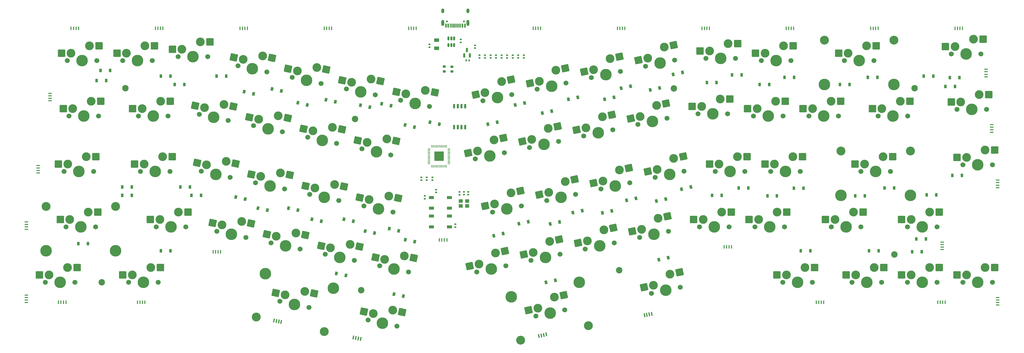
<source format=gbr>
%TF.GenerationSoftware,KiCad,Pcbnew,(6.0.9)*%
%TF.CreationDate,2022-12-15T18:11:33+09:00*%
%TF.ProjectId,Skeleton68rev2,536b656c-6574-46f6-9e36-38726576322e,rev?*%
%TF.SameCoordinates,Original*%
%TF.FileFunction,Soldermask,Bot*%
%TF.FilePolarity,Negative*%
%FSLAX46Y46*%
G04 Gerber Fmt 4.6, Leading zero omitted, Abs format (unit mm)*
G04 Created by KiCad (PCBNEW (6.0.9)) date 2022-12-15 18:11:33*
%MOMM*%
%LPD*%
G01*
G04 APERTURE LIST*
G04 Aperture macros list*
%AMRoundRect*
0 Rectangle with rounded corners*
0 $1 Rounding radius*
0 $2 $3 $4 $5 $6 $7 $8 $9 X,Y pos of 4 corners*
0 Add a 4 corners polygon primitive as box body*
4,1,4,$2,$3,$4,$5,$6,$7,$8,$9,$2,$3,0*
0 Add four circle primitives for the rounded corners*
1,1,$1+$1,$2,$3*
1,1,$1+$1,$4,$5*
1,1,$1+$1,$6,$7*
1,1,$1+$1,$8,$9*
0 Add four rect primitives between the rounded corners*
20,1,$1+$1,$2,$3,$4,$5,0*
20,1,$1+$1,$4,$5,$6,$7,0*
20,1,$1+$1,$6,$7,$8,$9,0*
20,1,$1+$1,$8,$9,$2,$3,0*%
%AMRotRect*
0 Rectangle, with rotation*
0 The origin of the aperture is its center*
0 $1 length*
0 $2 width*
0 $3 Rotation angle, in degrees counterclockwise*
0 Add horizontal line*
21,1,$1,$2,0,0,$3*%
G04 Aperture macros list end*
%ADD10C,2.200000*%
%ADD11R,0.420000X1.300000*%
%ADD12RotRect,0.900000X1.200000X12.000000*%
%ADD13R,0.900000X1.200000*%
%ADD14C,3.000000*%
%ADD15C,3.987800*%
%ADD16C,1.701800*%
%ADD17RoundRect,0.200000X1.269816X0.803550X-0.833201X1.250560X-1.269816X-0.803550X0.833201X-1.250560X0*%
%ADD18RoundRect,0.135000X0.185000X-0.135000X0.185000X0.135000X-0.185000X0.135000X-0.185000X-0.135000X0*%
%ADD19RoundRect,0.200000X1.075000X1.050000X-1.075000X1.050000X-1.075000X-1.050000X1.075000X-1.050000X0*%
%ADD20RotRect,0.900000X1.200000X348.000000*%
%ADD21R,1.300000X0.420000*%
%ADD22RotRect,0.420000X1.300000X348.000000*%
%ADD23R,1.800000X1.100000*%
%ADD24RoundRect,0.140000X-0.170000X0.140000X-0.170000X-0.140000X0.170000X-0.140000X0.170000X0.140000X0*%
%ADD25RoundRect,0.200000X0.833201X1.250560X-1.269816X0.803550X-0.833201X-1.250560X1.269816X-0.803550X0*%
%ADD26RotRect,0.900000X1.200000X168.000000*%
%ADD27RoundRect,0.140000X0.170000X-0.140000X0.170000X0.140000X-0.170000X0.140000X-0.170000X-0.140000X0*%
%ADD28C,3.048000*%
%ADD29RoundRect,0.135000X-0.185000X0.135000X-0.185000X-0.135000X0.185000X-0.135000X0.185000X0.135000X0*%
%ADD30RoundRect,0.150000X0.150000X-0.512500X0.150000X0.512500X-0.150000X0.512500X-0.150000X-0.512500X0*%
%ADD31RoundRect,0.150000X0.150000X-0.587500X0.150000X0.587500X-0.150000X0.587500X-0.150000X-0.587500X0*%
%ADD32RoundRect,0.050000X0.387500X0.050000X-0.387500X0.050000X-0.387500X-0.050000X0.387500X-0.050000X0*%
%ADD33RoundRect,0.050000X0.050000X0.387500X-0.050000X0.387500X-0.050000X-0.387500X0.050000X-0.387500X0*%
%ADD34R,3.200000X3.200000*%
%ADD35RoundRect,0.140000X0.140000X0.170000X-0.140000X0.170000X-0.140000X-0.170000X0.140000X-0.170000X0*%
%ADD36C,0.650000*%
%ADD37R,0.600000X1.450000*%
%ADD38R,0.300000X1.450000*%
%ADD39O,1.000000X2.100000*%
%ADD40O,1.000000X1.600000*%
%ADD41RoundRect,0.150000X-0.150000X0.650000X-0.150000X-0.650000X0.150000X-0.650000X0.150000X0.650000X0*%
%ADD42RoundRect,0.200000X-0.275000X0.200000X-0.275000X-0.200000X0.275000X-0.200000X0.275000X0.200000X0*%
%ADD43R,1.400000X1.200000*%
%ADD44RotRect,0.420000X1.300000X12.000000*%
%ADD45RoundRect,0.250000X-0.625000X0.375000X-0.625000X-0.375000X0.625000X-0.375000X0.625000X0.375000X0*%
G04 APERTURE END LIST*
D10*
%TO.C,H6*%
X225315615Y-107635110D03*
%TD*%
%TO.C,H4*%
X136689196Y-114566366D03*
%TD*%
%TO.C,H1*%
X55684212Y-45127021D03*
%TD*%
%TO.C,H7*%
X326900885Y-45127021D03*
%TD*%
%TO.C,H3*%
X134596065Y-55694692D03*
%TD*%
%TO.C,H5*%
X244126773Y-45209910D03*
%TD*%
%TO.C,H8*%
X319958703Y-102277021D03*
%TD*%
%TO.C,H2*%
X47537111Y-111802021D03*
%TD*%
D11*
%TO.C,LED17*%
X166127699Y-97243372D03*
X165277699Y-97243372D03*
X164427699Y-97243372D03*
X163577699Y-97243372D03*
%TD*%
%TO.C,LED30*%
X124007724Y-24500017D03*
X124857724Y-24500017D03*
X125707724Y-24500017D03*
X126557724Y-24500017D03*
%TD*%
D12*
%TO.C,D9*%
X207936056Y-48920554D03*
X211163944Y-48234446D03*
%TD*%
D13*
%TO.C,D44*%
X339790000Y-75060000D03*
X343090000Y-75060000D03*
%TD*%
D14*
%TO.C,SW35*%
X120797913Y-79378442D03*
D15*
X123996560Y-82655080D03*
D16*
X119027570Y-81598889D03*
X128965550Y-83711271D03*
D14*
X127537246Y-78214186D03*
D17*
X117594480Y-78697531D03*
X130767090Y-78900710D03*
%TD*%
D18*
%TO.C,R7*%
X170520000Y-81760000D03*
X170520000Y-80740000D03*
%TD*%
D15*
%TO.C,SW41*%
X263488893Y-73702021D03*
D16*
X268568893Y-73702021D03*
D14*
X259678893Y-71162021D03*
D16*
X258408893Y-73702021D03*
D14*
X266028893Y-68622021D03*
D19*
X256403893Y-71162021D03*
X269330893Y-68622021D03*
%TD*%
D20*
%TO.C,D62*%
X147928556Y-115861946D03*
X151156444Y-116548054D03*
%TD*%
D21*
%TO.C,LED9*%
X355400005Y-76725001D03*
X355400005Y-77575001D03*
X355400005Y-78425001D03*
X355400005Y-79275001D03*
%TD*%
D12*
%TO.C,D64*%
X238966056Y-104073054D03*
X242193944Y-103386946D03*
%TD*%
D22*
%TO.C,LED19*%
X109229240Y-125495957D03*
X108397814Y-125319233D03*
X107566389Y-125142508D03*
X106734963Y-124965783D03*
%TD*%
D15*
%TO.C,SW55*%
X258046203Y-92752021D03*
D14*
X260586203Y-87672021D03*
D16*
X263126203Y-92752021D03*
X252966203Y-92752021D03*
D14*
X254236203Y-90212021D03*
D19*
X250961203Y-90212021D03*
X263888203Y-87672021D03*
%TD*%
D23*
%TO.C,TS1*%
X167050000Y-82672500D03*
X160850000Y-82672500D03*
X167050000Y-86372500D03*
X160850000Y-86372500D03*
%TD*%
D13*
%TO.C,D30*%
X337440000Y-44500000D03*
X340740000Y-44500000D03*
%TD*%
D24*
%TO.C,C1*%
X162460000Y-79990000D03*
X162460000Y-80950000D03*
%TD*%
D14*
%TO.C,SW24*%
X219584868Y-54970756D03*
D16*
X213187574Y-61524033D03*
X223125554Y-59411651D03*
D15*
X218156564Y-60467842D03*
D14*
X213901726Y-58775491D03*
D25*
X210698293Y-59456401D03*
X222814711Y-54284232D03*
%TD*%
D16*
%TO.C,SW8*%
X188471525Y-47302004D03*
X178533545Y-49414386D03*
D14*
X179247697Y-46665844D03*
X184930839Y-42861109D03*
D15*
X183502535Y-48358195D03*
D25*
X176044264Y-47346754D03*
X188160682Y-42174585D03*
%TD*%
D16*
%TO.C,SW53*%
X213707838Y-100364624D03*
X223645818Y-98252242D03*
D15*
X218676828Y-99308433D03*
D14*
X214421990Y-97616082D03*
X220105132Y-93811347D03*
D25*
X211218557Y-98296992D03*
X223334975Y-93124823D03*
%TD*%
D16*
%TO.C,SW68*%
X353613703Y-111802021D03*
X343453703Y-111802021D03*
D15*
X348533703Y-111802021D03*
D14*
X344723703Y-109262021D03*
X351073703Y-106722021D03*
D19*
X341448703Y-109262021D03*
X354375703Y-106722021D03*
%TD*%
D11*
%TO.C,LED3*%
X253775005Y-24500008D03*
X254625005Y-24500008D03*
X255475005Y-24500008D03*
X256325005Y-24500008D03*
%TD*%
D13*
%TO.C,D58*%
X331030000Y-81760000D03*
X334330000Y-81760000D03*
%TD*%
D14*
%TO.C,SW15*%
X347065005Y-28295000D03*
D15*
X344525005Y-33375000D03*
D14*
X340715005Y-30835000D03*
D16*
X339445005Y-33375000D03*
X349605005Y-33375000D03*
D19*
X337440005Y-30835000D03*
X350367005Y-28295000D03*
%TD*%
D11*
%TO.C,LED5*%
X311775005Y-24500004D03*
X312625005Y-24500004D03*
X313475005Y-24500004D03*
X314325005Y-24500004D03*
%TD*%
D26*
%TO.C,D21*%
X154966444Y-58445554D03*
X151738556Y-57759446D03*
%TD*%
%TO.C,D35*%
X134011444Y-90830554D03*
X130783556Y-90144446D03*
%TD*%
D12*
%TO.C,D40*%
X246746056Y-79783054D03*
X249973944Y-79096946D03*
%TD*%
D13*
%TO.C,D3*%
X90330000Y-40957500D03*
X87030000Y-40957500D03*
%TD*%
D27*
%TO.C,C2*%
X173480000Y-81710000D03*
X173480000Y-80750000D03*
%TD*%
D13*
%TO.C,D67*%
X326050000Y-101350000D03*
X329350000Y-101350000D03*
%TD*%
D15*
%TO.C,SW63*%
X211635435Y-111841294D03*
D28*
X191449757Y-131712363D03*
D16*
X196705630Y-123454143D03*
X206643610Y-121341761D03*
D28*
X214804009Y-126748263D03*
D14*
X197419782Y-120705601D03*
X203102924Y-116900866D03*
D15*
X201674620Y-122397952D03*
X188281183Y-116805393D03*
D25*
X194216349Y-121386511D03*
X206332767Y-116214342D03*
%TD*%
D21*
%TO.C,LED24*%
X21612111Y-93616139D03*
X21612111Y-92766139D03*
X21612111Y-91916139D03*
X21612111Y-91066139D03*
%TD*%
D13*
%TO.C,D45*%
X57847500Y-81915000D03*
X54547500Y-81915000D03*
%TD*%
D16*
%TO.C,SW44*%
X353605005Y-71475001D03*
X343445005Y-71475001D03*
D14*
X351065005Y-66395001D03*
D15*
X348525005Y-71475001D03*
D14*
X344715005Y-68935001D03*
D19*
X341440005Y-68935001D03*
X354367005Y-66395001D03*
%TD*%
D14*
%TO.C,SW60*%
X64364611Y-106722021D03*
X58014611Y-109262021D03*
D16*
X66904611Y-111802021D03*
D15*
X61824611Y-111802021D03*
D16*
X56744611Y-111802021D03*
D19*
X54739611Y-109262021D03*
X67666611Y-106722021D03*
%TD*%
D13*
%TO.C,D41*%
X266410000Y-79440000D03*
X269710000Y-79440000D03*
%TD*%
D27*
%TO.C,C7*%
X177340000Y-34700000D03*
X177340000Y-33740000D03*
%TD*%
D13*
%TO.C,D43*%
X316550000Y-79390000D03*
X319850000Y-79390000D03*
%TD*%
D27*
%TO.C,C5*%
X159250000Y-76730000D03*
X159250000Y-75770000D03*
%TD*%
D14*
%TO.C,SW48*%
X114259673Y-94867539D03*
D15*
X110718987Y-99308433D03*
D16*
X105749997Y-98252242D03*
X115687977Y-100364624D03*
D14*
X107520340Y-96031795D03*
D17*
X104316907Y-95350884D03*
X117489517Y-95554063D03*
%TD*%
D16*
%TO.C,SW56*%
X282176203Y-92752021D03*
D14*
X273286203Y-90212021D03*
D16*
X272016203Y-92752021D03*
D15*
X277096203Y-92752021D03*
D14*
X279636203Y-87672021D03*
D19*
X270011203Y-90212021D03*
X282938203Y-87672021D03*
%TD*%
D13*
%TO.C,D1*%
X50420000Y-39000000D03*
X47120000Y-39000000D03*
%TD*%
D12*
%TO.C,D10*%
X226033556Y-45110554D03*
X229261444Y-44424446D03*
%TD*%
D16*
%TO.C,SW32*%
X70986921Y-73702021D03*
X60826921Y-73702021D03*
D14*
X68446921Y-68622021D03*
D15*
X65906921Y-73702021D03*
D14*
X62096921Y-71162021D03*
D19*
X58821921Y-71162021D03*
X71748921Y-68622021D03*
%TD*%
D16*
%TO.C,SW65*%
X281541203Y-111802021D03*
D14*
X282811203Y-109262021D03*
D15*
X286621203Y-111802021D03*
D14*
X289161203Y-106722021D03*
D16*
X291701203Y-111802021D03*
D19*
X279536203Y-109262021D03*
X292463203Y-106722021D03*
%TD*%
D13*
%TO.C,D14*%
X310770000Y-41410000D03*
X314070000Y-41410000D03*
%TD*%
D26*
%TO.C,D33*%
X96863944Y-83210554D03*
X93636056Y-82524446D03*
%TD*%
D14*
%TO.C,SW6*%
X140117110Y-41936942D03*
X133377777Y-43101198D03*
D16*
X131607434Y-45321645D03*
D15*
X136576424Y-46377836D03*
D16*
X141545414Y-47434027D03*
D17*
X130174344Y-42420287D03*
X143346954Y-42623466D03*
%TD*%
D16*
%TO.C,SW38*%
X200430264Y-83711271D03*
D14*
X206827558Y-77157994D03*
X201144416Y-80962729D03*
D16*
X210368244Y-81598889D03*
D15*
X205399254Y-82655080D03*
D25*
X197940983Y-81643639D03*
X210057401Y-76471470D03*
%TD*%
D14*
%TO.C,SW27*%
X279115939Y-49572021D03*
D15*
X276575939Y-54652021D03*
D16*
X281655939Y-54652021D03*
D14*
X272765939Y-52112021D03*
D16*
X271495939Y-54652021D03*
D19*
X269490939Y-52112021D03*
X282417939Y-49572021D03*
%TD*%
D29*
%TO.C,R2*%
X169010000Y-91850000D03*
X169010000Y-92870000D03*
%TD*%
D13*
%TO.C,D15*%
X338970000Y-41460000D03*
X342270000Y-41460000D03*
%TD*%
D27*
%TO.C,C10*%
X183055000Y-34700000D03*
X183055000Y-33740000D03*
%TD*%
D11*
%TO.C,LED2*%
X224775005Y-24500011D03*
X225625005Y-24500011D03*
X226475005Y-24500011D03*
X227325005Y-24500011D03*
%TD*%
D27*
%TO.C,C13*%
X188770000Y-34700000D03*
X188770000Y-33740000D03*
%TD*%
D15*
%TO.C,SW43*%
X313495143Y-73702021D03*
D28*
X325433143Y-66717021D03*
D14*
X309685143Y-71162021D03*
D16*
X308415143Y-73702021D03*
D28*
X301557143Y-66717021D03*
D15*
X325433143Y-81957021D03*
D16*
X318575143Y-73702021D03*
D15*
X301557143Y-81957021D03*
D14*
X316035143Y-68622021D03*
D19*
X306410143Y-71162021D03*
X319337143Y-68622021D03*
%TD*%
D16*
%TO.C,SW1*%
X45887724Y-35602021D03*
D14*
X43347724Y-30522021D03*
D15*
X40807724Y-35602021D03*
D14*
X36997724Y-33062021D03*
D16*
X35727724Y-35602021D03*
D19*
X33722724Y-33062021D03*
X46649724Y-30522021D03*
%TD*%
D12*
%TO.C,D52*%
X201646056Y-91753054D03*
X204873944Y-91066946D03*
%TD*%
D27*
%TO.C,C16*%
X175857500Y-31347500D03*
X175857500Y-30387500D03*
%TD*%
D13*
%TO.C,D55*%
X257250000Y-81910000D03*
X260550000Y-81910000D03*
%TD*%
D11*
%TO.C,LED21*%
X62387111Y-118677021D03*
X61537111Y-118677021D03*
X60687111Y-118677021D03*
X59837111Y-118677021D03*
%TD*%
D14*
%TO.C,SW34*%
X102164202Y-75417724D03*
D16*
X100393859Y-77638171D03*
X110331839Y-79750553D03*
D14*
X108903535Y-74253468D03*
D15*
X105362849Y-78694362D03*
D17*
X98960769Y-74736813D03*
X112133379Y-74939992D03*
%TD*%
D21*
%TO.C,LED8*%
X353400005Y-57675001D03*
X353400005Y-58525001D03*
X353400005Y-59375001D03*
X353400005Y-60225001D03*
%TD*%
D14*
%TO.C,SW7*%
X158750822Y-45897660D03*
D16*
X160179126Y-51394745D03*
D15*
X155210136Y-50338554D03*
D16*
X150241146Y-49282363D03*
D14*
X152011489Y-47061916D03*
D17*
X148808056Y-46381005D03*
X161980666Y-46584184D03*
%TD*%
D26*
%TO.C,D7*%
X163538944Y-57493054D03*
X160311056Y-56806946D03*
%TD*%
%TO.C,D18*%
X99721444Y-47015554D03*
X96493556Y-46329446D03*
%TD*%
D14*
%TO.C,SW25*%
X238218580Y-51010038D03*
D15*
X236790276Y-56507124D03*
D16*
X241759266Y-55450933D03*
D14*
X232535438Y-54814773D03*
D16*
X231821286Y-57563315D03*
D25*
X229332005Y-55495683D03*
X241448423Y-50323514D03*
%TD*%
D16*
%TO.C,SW67*%
X324403703Y-111802021D03*
D14*
X325673703Y-109262021D03*
D15*
X329483703Y-111802021D03*
D16*
X334563703Y-111802021D03*
D14*
X332023703Y-106722021D03*
D19*
X322398703Y-109262021D03*
X335325703Y-106722021D03*
%TD*%
D12*
%TO.C,D23*%
X198906056Y-53683054D03*
X202133944Y-52996946D03*
%TD*%
D13*
%TO.C,D46*%
X81660000Y-81915000D03*
X78360000Y-81915000D03*
%TD*%
D12*
%TO.C,D24*%
X220318556Y-48920554D03*
X223546444Y-48234446D03*
%TD*%
%TO.C,D11*%
X243866056Y-40353054D03*
X247093944Y-39666946D03*
%TD*%
D14*
%TO.C,SW14*%
X304040885Y-33062021D03*
D28*
X319788885Y-28617021D03*
D15*
X319788885Y-43857021D03*
X295912885Y-43857021D03*
D16*
X302770885Y-35602021D03*
D14*
X310390885Y-30522021D03*
D16*
X312930885Y-35602021D03*
D28*
X295912885Y-28617021D03*
D15*
X307850885Y-35602021D03*
D19*
X300765885Y-33062021D03*
X313692885Y-30522021D03*
%TD*%
D26*
%TO.C,D20*%
X139693944Y-51663054D03*
X136466056Y-50976946D03*
%TD*%
D27*
%TO.C,C11*%
X184960000Y-34700000D03*
X184960000Y-33740000D03*
%TD*%
D15*
%TO.C,SW18*%
X86031427Y-55109754D03*
D14*
X82832780Y-51833116D03*
D16*
X91000417Y-56165945D03*
D14*
X89572113Y-50668860D03*
D16*
X81062437Y-54053563D03*
D17*
X79629347Y-51152205D03*
X92801957Y-51355384D03*
%TD*%
D11*
%TO.C,LED31*%
X153007724Y-24500015D03*
X153857724Y-24500015D03*
X154707724Y-24500015D03*
X155557724Y-24500015D03*
%TD*%
D12*
%TO.C,D38*%
X209416056Y-87843054D03*
X212643944Y-87156946D03*
%TD*%
D14*
%TO.C,SW10*%
X216515121Y-38744408D03*
X222198263Y-34939673D03*
D16*
X215800969Y-41492950D03*
D15*
X220769959Y-40436759D03*
D16*
X225738949Y-39380568D03*
D25*
X213311688Y-39425318D03*
X225428106Y-34253149D03*
%TD*%
D13*
%TO.C,D16*%
X49080000Y-42500000D03*
X45780000Y-42500000D03*
%TD*%
%TO.C,D27*%
X273622500Y-43815000D03*
X276922500Y-43815000D03*
%TD*%
D27*
%TO.C,C9*%
X181150000Y-34700000D03*
X181150000Y-33740000D03*
%TD*%
D16*
%TO.C,SW16*%
X46476712Y-54652021D03*
D14*
X37586712Y-52112021D03*
D15*
X41396712Y-54652021D03*
D16*
X36316712Y-54652021D03*
D14*
X43936712Y-49572021D03*
D19*
X34311712Y-52112021D03*
X47238712Y-49572021D03*
%TD*%
D21*
%TO.C,LED23*%
X21612111Y-118736610D03*
X21612111Y-117886610D03*
X21612111Y-117036610D03*
X21612111Y-116186610D03*
%TD*%
D16*
%TO.C,SW11*%
X234434681Y-37532233D03*
D14*
X235148833Y-34783691D03*
X240831975Y-30978956D03*
D15*
X239403671Y-36476042D03*
D16*
X244372661Y-35419851D03*
D25*
X231945400Y-35464601D03*
X244061818Y-30292432D03*
%TD*%
D12*
%TO.C,D53*%
X219576056Y-87933054D03*
X222803944Y-87246946D03*
%TD*%
D16*
%TO.C,SW51*%
X186378395Y-106173678D03*
D14*
X177154567Y-105537518D03*
D15*
X181409405Y-107229869D03*
D14*
X182837709Y-101732783D03*
D16*
X176440415Y-108286060D03*
D25*
X173951134Y-106218428D03*
X186067552Y-101046259D03*
%TD*%
D16*
%TO.C,SW4*%
X104277990Y-39512592D03*
D14*
X96110353Y-35179763D03*
X102849686Y-34015507D03*
D15*
X99309000Y-38456401D03*
D16*
X94340010Y-37400210D03*
D17*
X92906920Y-34498852D03*
X106079530Y-34702031D03*
%TD*%
D14*
%TO.C,SW22*%
X176634302Y-66696926D03*
D15*
X180889140Y-68389277D03*
D16*
X185858130Y-67333086D03*
D14*
X182317444Y-62892191D03*
D16*
X175920150Y-69445468D03*
D25*
X173430869Y-67377836D03*
X185547287Y-62205667D03*
%TD*%
D13*
%TO.C,D60*%
X71182500Y-100965000D03*
X67882500Y-100965000D03*
%TD*%
D14*
%TO.C,SW54*%
X238738844Y-89850629D03*
X233055702Y-93655364D03*
D16*
X242279530Y-94291524D03*
X232341550Y-96403906D03*
D15*
X237310540Y-95347715D03*
D25*
X229852269Y-94336274D03*
X241968687Y-89164105D03*
%TD*%
D14*
%TO.C,SW12*%
X262765885Y-29781430D03*
X256415885Y-32321430D03*
D15*
X260225885Y-34861430D03*
D16*
X255145885Y-34861430D03*
X265305885Y-34861430D03*
D19*
X253140885Y-32321430D03*
X266067885Y-29781430D03*
%TD*%
D14*
%TO.C,SW26*%
X253715939Y-51371430D03*
D16*
X262605939Y-53911430D03*
D14*
X260065939Y-48831430D03*
D15*
X257525939Y-53911430D03*
D16*
X252445939Y-53911430D03*
D19*
X250440939Y-51371430D03*
X263367939Y-48831430D03*
%TD*%
D14*
%TO.C,SW31*%
X42253172Y-68622021D03*
D16*
X44793172Y-73702021D03*
D14*
X35903172Y-71162021D03*
D16*
X34633172Y-73702021D03*
D15*
X39713172Y-73702021D03*
D19*
X32628172Y-71162021D03*
X45555172Y-68622021D03*
%TD*%
D26*
%TO.C,D48*%
X123013944Y-90830554D03*
X119786056Y-90144446D03*
%TD*%
D21*
%TO.C,LED25*%
X25694422Y-74269860D03*
X25694422Y-73419860D03*
X25694422Y-72569860D03*
X25694422Y-71719860D03*
%TD*%
D20*
%TO.C,D61*%
X128196056Y-108736946D03*
X131423944Y-109423054D03*
%TD*%
D11*
%TO.C,LED1*%
X195775005Y-24500012D03*
X196625005Y-24500012D03*
X197475005Y-24500012D03*
X198325005Y-24500012D03*
%TD*%
%TO.C,LED29*%
X95007724Y-24500019D03*
X95857724Y-24500019D03*
X96707724Y-24500019D03*
X97557724Y-24500019D03*
%TD*%
D22*
%TO.C,LED18*%
X136531785Y-131299292D03*
X135700359Y-131122568D03*
X134868934Y-130945843D03*
X134037508Y-130769118D03*
%TD*%
D16*
%TO.C,SW21*%
X146901552Y-68048098D03*
D15*
X141932562Y-66991907D03*
D14*
X145473248Y-62551013D03*
X138733915Y-63715269D03*
D16*
X136963572Y-65935716D03*
D17*
X135530482Y-63034358D03*
X148703092Y-63237537D03*
%TD*%
D29*
%TO.C,R3*%
X160200000Y-30060000D03*
X160200000Y-31080000D03*
%TD*%
D11*
%TO.C,LED27*%
X37007724Y-24500023D03*
X37857724Y-24500023D03*
X38707724Y-24500023D03*
X39557724Y-24500023D03*
%TD*%
D15*
%TO.C,SW28*%
X295625939Y-54652021D03*
D16*
X290545939Y-54652021D03*
D14*
X298165939Y-49572021D03*
X291815939Y-52112021D03*
D16*
X300705939Y-54652021D03*
D19*
X288540939Y-52112021D03*
X301467939Y-49572021D03*
%TD*%
D30*
%TO.C,U2*%
X168610000Y-30317500D03*
X167660000Y-30317500D03*
X166710000Y-30317500D03*
X166710000Y-28042500D03*
X167660000Y-28042500D03*
X168610000Y-28042500D03*
%TD*%
D13*
%TO.C,D32*%
X77850000Y-79057500D03*
X74550000Y-79057500D03*
%TD*%
D16*
%TO.C,SW36*%
X137661282Y-85559607D03*
D15*
X142630272Y-86615798D03*
D14*
X146170958Y-82174904D03*
X139431625Y-83339160D03*
D16*
X147599262Y-87671989D03*
D17*
X136228192Y-82658249D03*
X149400802Y-82861428D03*
%TD*%
D14*
%TO.C,SW29*%
X315628439Y-52112021D03*
X321978439Y-49572021D03*
D16*
X324518439Y-54652021D03*
X314358439Y-54652021D03*
D15*
X319438439Y-54652021D03*
D19*
X312353439Y-52112021D03*
X325280439Y-49572021D03*
%TD*%
D16*
%TO.C,SW37*%
X181796553Y-87671989D03*
X191734533Y-85559607D03*
D14*
X182510705Y-84923447D03*
D15*
X186765543Y-86615798D03*
D14*
X188193847Y-81118712D03*
D25*
X179307272Y-85604357D03*
X191423690Y-80432188D03*
%TD*%
D15*
%TO.C,SW17*%
X65209211Y-54652021D03*
D16*
X60129211Y-54652021D03*
D14*
X61399211Y-52112021D03*
X67749211Y-49572021D03*
D16*
X70289211Y-54652021D03*
D19*
X58124211Y-52112021D03*
X71051211Y-49572021D03*
%TD*%
D31*
%TO.C,U4*%
X174010000Y-33837500D03*
X172110000Y-33837500D03*
X173060000Y-31962500D03*
%TD*%
D27*
%TO.C,C12*%
X186865000Y-34700000D03*
X186865000Y-33740000D03*
%TD*%
D13*
%TO.C,D2*%
X71182500Y-40957500D03*
X67882500Y-40957500D03*
%TD*%
D12*
%TO.C,D63*%
X200226056Y-111823054D03*
X203453944Y-111136946D03*
%TD*%
D11*
%TO.C,LED13*%
X295608703Y-118677021D03*
X294758703Y-118677021D03*
X293908703Y-118677021D03*
X293058703Y-118677021D03*
%TD*%
D15*
%TO.C,SW62*%
X144025693Y-125863580D03*
D14*
X147566379Y-121422686D03*
X140827046Y-122586942D03*
D16*
X148994683Y-126919771D03*
X139056703Y-124807389D03*
D17*
X137623613Y-121906031D03*
X150796223Y-122109210D03*
%TD*%
D15*
%TO.C,SW46*%
X71349611Y-92752021D03*
D16*
X76429611Y-92752021D03*
D14*
X73889611Y-87672021D03*
X67539611Y-90212021D03*
D16*
X66269611Y-92752021D03*
D19*
X64264611Y-90212021D03*
X77191611Y-87672021D03*
%TD*%
D16*
%TO.C,SW33*%
X91698127Y-75789836D03*
X81760147Y-73677454D03*
D14*
X83530490Y-71457007D03*
D15*
X86729137Y-74733645D03*
D14*
X90269823Y-70292751D03*
D17*
X80327057Y-70776096D03*
X93499667Y-70979275D03*
%TD*%
D26*
%TO.C,D47*%
X104483944Y-87020554D03*
X101256056Y-86334446D03*
%TD*%
D16*
%TO.C,SW57*%
X298209953Y-92752021D03*
D15*
X303289953Y-92752021D03*
D14*
X305829953Y-87672021D03*
X299479953Y-90212021D03*
D16*
X308369953Y-92752021D03*
D19*
X296204953Y-90212021D03*
X309131953Y-87672021D03*
%TD*%
D11*
%TO.C,LED6*%
X340775005Y-24500002D03*
X341625005Y-24500002D03*
X342475005Y-24500002D03*
X343325005Y-24500002D03*
%TD*%
%TO.C,LED20*%
X88347769Y-101325387D03*
X87497769Y-101325387D03*
X86647769Y-101325387D03*
X85797769Y-101325387D03*
%TD*%
D13*
%TO.C,D26*%
X255525000Y-43140000D03*
X258825000Y-43140000D03*
%TD*%
D15*
%TO.C,SW45*%
X52331361Y-101007021D03*
D14*
X36583361Y-90212021D03*
D28*
X52331361Y-85767021D03*
D16*
X45473361Y-92752021D03*
X35313361Y-92752021D03*
D14*
X42933361Y-87672021D03*
D15*
X28455361Y-101007021D03*
D28*
X28455361Y-85767021D03*
D15*
X40393361Y-92752021D03*
D19*
X33308361Y-90212021D03*
X46235361Y-87672021D03*
%TD*%
D13*
%TO.C,D29*%
X330040000Y-40930000D03*
X333340000Y-40930000D03*
%TD*%
D12*
%TO.C,D25*%
X236006056Y-45743054D03*
X239233944Y-45056946D03*
%TD*%
D14*
%TO.C,SW49*%
X126154052Y-99992513D03*
D16*
X124383709Y-102212960D03*
D14*
X132893385Y-98828257D03*
D15*
X129352699Y-103269151D03*
D16*
X134321689Y-104325342D03*
D17*
X122950619Y-99311602D03*
X136123229Y-99514781D03*
%TD*%
D18*
%TO.C,R1*%
X158560000Y-83150000D03*
X158560000Y-82130000D03*
%TD*%
D13*
%TO.C,D56*%
X276280000Y-82080000D03*
X279580000Y-82080000D03*
%TD*%
D14*
%TO.C,SW30*%
X342715005Y-49885001D03*
D16*
X341445005Y-52425001D03*
D15*
X346525005Y-52425001D03*
D14*
X349065005Y-47345001D03*
D16*
X351605005Y-52425001D03*
D19*
X339440005Y-49885001D03*
X352367005Y-47345001D03*
%TD*%
D26*
%TO.C,D19*%
X118143944Y-50825554D03*
X114916056Y-50139446D03*
%TD*%
%TO.C,D5*%
X127783944Y-49743054D03*
X124556056Y-49056946D03*
%TD*%
D21*
%TO.C,LED11*%
X355408703Y-117052021D03*
X355408703Y-117902021D03*
X355408703Y-118752021D03*
X355408703Y-119602021D03*
%TD*%
D26*
%TO.C,D34*%
X114961444Y-87020554D03*
X111733556Y-86334446D03*
%TD*%
D14*
%TO.C,SW64*%
X237140338Y-112872064D03*
D15*
X241395176Y-114564415D03*
D16*
X236426186Y-115620606D03*
X246364166Y-113508224D03*
D14*
X242823480Y-109067329D03*
D25*
X233936905Y-113552974D03*
X246053323Y-108380805D03*
%TD*%
D12*
%TO.C,D39*%
X227896056Y-83643054D03*
X231123944Y-82956946D03*
%TD*%
D32*
%TO.C,U3*%
X166857500Y-65900000D03*
X166857500Y-66300000D03*
X166857500Y-66700000D03*
X166857500Y-67100000D03*
X166857500Y-67500000D03*
X166857500Y-67900000D03*
X166857500Y-68300000D03*
X166857500Y-68700000D03*
X166857500Y-69100000D03*
X166857500Y-69500000D03*
X166857500Y-69900000D03*
X166857500Y-70300000D03*
X166857500Y-70700000D03*
X166857500Y-71100000D03*
D33*
X166020000Y-71937500D03*
X165620000Y-71937500D03*
X165220000Y-71937500D03*
X164820000Y-71937500D03*
X164420000Y-71937500D03*
X164020000Y-71937500D03*
X163620000Y-71937500D03*
X163220000Y-71937500D03*
X162820000Y-71937500D03*
X162420000Y-71937500D03*
X162020000Y-71937500D03*
X161620000Y-71937500D03*
X161220000Y-71937500D03*
X160820000Y-71937500D03*
D32*
X159982500Y-71100000D03*
X159982500Y-70700000D03*
X159982500Y-70300000D03*
X159982500Y-69900000D03*
X159982500Y-69500000D03*
X159982500Y-69100000D03*
X159982500Y-68700000D03*
X159982500Y-68300000D03*
X159982500Y-67900000D03*
X159982500Y-67500000D03*
X159982500Y-67100000D03*
X159982500Y-66700000D03*
X159982500Y-66300000D03*
X159982500Y-65900000D03*
D33*
X160820000Y-65062500D03*
X161220000Y-65062500D03*
X161620000Y-65062500D03*
X162020000Y-65062500D03*
X162420000Y-65062500D03*
X162820000Y-65062500D03*
X163220000Y-65062500D03*
X163620000Y-65062500D03*
X164020000Y-65062500D03*
X164420000Y-65062500D03*
X164820000Y-65062500D03*
X165220000Y-65062500D03*
X165620000Y-65062500D03*
X166020000Y-65062500D03*
D34*
X163420000Y-68500000D03*
%TD*%
D16*
%TO.C,SW66*%
X305353703Y-111802021D03*
D14*
X306623703Y-109262021D03*
D15*
X310433703Y-111802021D03*
D14*
X312973703Y-106722021D03*
D16*
X315513703Y-111802021D03*
D19*
X303348703Y-109262021D03*
X316275703Y-106722021D03*
%TD*%
D26*
%TO.C,D36*%
X149583944Y-94093054D03*
X146356056Y-93406946D03*
%TD*%
D23*
%TO.C,TS2*%
X167050000Y-89090000D03*
X160850000Y-89090000D03*
X160850000Y-92790000D03*
X167050000Y-92790000D03*
%TD*%
D27*
%TO.C,C6*%
X161155000Y-76730000D03*
X161155000Y-75770000D03*
%TD*%
D13*
%TO.C,D66*%
X311190000Y-100960000D03*
X314490000Y-100960000D03*
%TD*%
D16*
%TO.C,SW59*%
X28169611Y-111802021D03*
D15*
X33249611Y-111802021D03*
D14*
X35789611Y-106722021D03*
D16*
X38329611Y-111802021D03*
D14*
X29439611Y-109262021D03*
D19*
X26164611Y-109262021D03*
X39091611Y-106722021D03*
%TD*%
D13*
%TO.C,D65*%
X287750000Y-101020000D03*
X291050000Y-101020000D03*
%TD*%
%TO.C,D28*%
X301245000Y-43870000D03*
X304545000Y-43870000D03*
%TD*%
D11*
%TO.C,LED28*%
X66007724Y-24500021D03*
X66857724Y-24500021D03*
X67707724Y-24500021D03*
X68557724Y-24500021D03*
%TD*%
D16*
%TO.C,SW50*%
X152955400Y-108286060D03*
D14*
X151527096Y-102788975D03*
X144787763Y-103953231D03*
D15*
X147986410Y-107229869D03*
D16*
X143017420Y-106173678D03*
D17*
X141584330Y-103272320D03*
X154756940Y-103475499D03*
%TD*%
D14*
%TO.C,SW52*%
X201471420Y-97772065D03*
D16*
X195074126Y-104325342D03*
D14*
X195788278Y-101576800D03*
D15*
X200043116Y-103269151D03*
D16*
X205012106Y-102212960D03*
D25*
X192584845Y-102257710D03*
X204701263Y-97085541D03*
%TD*%
D14*
%TO.C,SW42*%
X278728893Y-71162021D03*
D16*
X277458893Y-73702021D03*
D15*
X282538893Y-73702021D03*
D16*
X287618893Y-73702021D03*
D14*
X285078893Y-68622021D03*
D19*
X275453893Y-71162021D03*
X288380893Y-68622021D03*
%TD*%
D24*
%TO.C,C3*%
X172005000Y-80750000D03*
X172005000Y-81710000D03*
%TD*%
D13*
%TO.C,D17*%
X75945000Y-43815000D03*
X72645000Y-43815000D03*
%TD*%
D16*
%TO.C,SW58*%
X334563703Y-92752021D03*
D15*
X329483703Y-92752021D03*
D14*
X325673703Y-90212021D03*
D16*
X324403703Y-92752021D03*
D14*
X332023703Y-87672021D03*
D19*
X322398703Y-90212021D03*
X335325703Y-87672021D03*
%TD*%
D11*
%TO.C,LED12*%
X337333703Y-118677021D03*
X336483703Y-118677021D03*
X335633703Y-118677021D03*
X334783703Y-118677021D03*
%TD*%
D35*
%TO.C,C17*%
X173760000Y-35530000D03*
X172800000Y-35530000D03*
%TD*%
D16*
%TO.C,SW9*%
X207105237Y-43341286D03*
X197167257Y-45453668D03*
D14*
X203564551Y-38900391D03*
D15*
X202136247Y-44397477D03*
D14*
X197881409Y-42705126D03*
D25*
X194677976Y-43386036D03*
X206794394Y-38213867D03*
%TD*%
D21*
%TO.C,LED10*%
X336350005Y-98002021D03*
X336350005Y-98852021D03*
X336350005Y-99702021D03*
X336350005Y-100552021D03*
%TD*%
D36*
%TO.C,J1*%
X171970000Y-22160000D03*
X166190000Y-22160000D03*
D37*
X165830000Y-23605000D03*
X166630000Y-23605000D03*
D38*
X167830000Y-23605000D03*
X168830000Y-23605000D03*
X169330000Y-23605000D03*
X170330000Y-23605000D03*
D37*
X171530000Y-23605000D03*
X172330000Y-23605000D03*
X172330000Y-23605000D03*
X171530000Y-23605000D03*
D38*
X170830000Y-23605000D03*
X169830000Y-23605000D03*
X168330000Y-23605000D03*
X167330000Y-23605000D03*
D37*
X166630000Y-23605000D03*
X165830000Y-23605000D03*
D39*
X173400000Y-22690000D03*
D40*
X164760000Y-18510000D03*
D39*
X164760000Y-22690000D03*
D40*
X173400000Y-18510000D03*
%TD*%
D12*
%TO.C,D54*%
X238136056Y-83903054D03*
X241363944Y-83216946D03*
%TD*%
D41*
%TO.C,U1*%
X168595000Y-51270000D03*
X169865000Y-51270000D03*
X171135000Y-51270000D03*
X172405000Y-51270000D03*
X172405000Y-58470000D03*
X171135000Y-58470000D03*
X169865000Y-58470000D03*
X168595000Y-58470000D03*
%TD*%
D16*
%TO.C,SW19*%
X109634128Y-60126662D03*
D15*
X104665138Y-59070471D03*
D16*
X99696148Y-58014280D03*
D14*
X101466491Y-55793833D03*
X108205824Y-54629577D03*
D17*
X98263058Y-55112922D03*
X111435668Y-55316101D03*
%TD*%
D26*
%TO.C,D50*%
X155083944Y-97833054D03*
X151856056Y-97146946D03*
%TD*%
D42*
%TO.C,R6*%
X165230000Y-37665000D03*
X165230000Y-39315000D03*
%TD*%
D43*
%TO.C,Y1*%
X170920000Y-83880000D03*
X173120000Y-83880000D03*
X173120000Y-85580000D03*
X170920000Y-85580000D03*
%TD*%
D29*
%TO.C,R4*%
X170950000Y-28310000D03*
X170950000Y-29330000D03*
%TD*%
D13*
%TO.C,D12*%
X264097500Y-40540000D03*
X267397500Y-40540000D03*
%TD*%
D15*
%TO.C,SW13*%
X279275885Y-35602021D03*
D14*
X281815885Y-30522021D03*
D16*
X284355885Y-35602021D03*
X274195885Y-35602021D03*
D14*
X275465885Y-33062021D03*
D19*
X272190885Y-33062021D03*
X285117885Y-30522021D03*
%TD*%
D27*
%TO.C,C15*%
X192580000Y-34700000D03*
X192580000Y-33740000D03*
%TD*%
D21*
%TO.C,LED26*%
X29759212Y-49402021D03*
X29759212Y-48552021D03*
X29759212Y-47702021D03*
X29759212Y-46852021D03*
%TD*%
D27*
%TO.C,C4*%
X157345000Y-76730000D03*
X157345000Y-75770000D03*
%TD*%
D14*
%TO.C,SW23*%
X195268014Y-62736209D03*
D16*
X204491842Y-63372369D03*
D15*
X199522852Y-64428560D03*
D16*
X194553862Y-65484751D03*
D14*
X200951156Y-58931474D03*
D25*
X192064581Y-63417119D03*
X204180999Y-58244950D03*
%TD*%
D44*
%TO.C,LED15*%
X236527744Y-122627612D03*
X235696318Y-122804337D03*
X234864893Y-122981062D03*
X234033467Y-123157786D03*
%TD*%
D14*
%TO.C,SW47*%
X95625961Y-90906821D03*
X88886628Y-92071077D03*
D16*
X97054265Y-96403906D03*
D15*
X92085275Y-95347715D03*
D16*
X87116285Y-94291524D03*
D17*
X85683195Y-91390166D03*
X98855805Y-91593345D03*
%TD*%
D26*
%TO.C,D6*%
X146943944Y-51133054D03*
X143716056Y-50446946D03*
%TD*%
D13*
%TO.C,D59*%
X42790000Y-98520000D03*
X39490000Y-98520000D03*
%TD*%
D21*
%TO.C,LED7*%
X351400005Y-38625001D03*
X351400005Y-39475001D03*
X351400005Y-40325001D03*
X351400005Y-41175001D03*
%TD*%
D12*
%TO.C,D51*%
X182276056Y-95783054D03*
X185503944Y-95096946D03*
%TD*%
D16*
%TO.C,SW2*%
X64937724Y-35602021D03*
D15*
X59857724Y-35602021D03*
D14*
X62397724Y-30522021D03*
X56047724Y-33062021D03*
D16*
X54777724Y-35602021D03*
D19*
X52772724Y-33062021D03*
X65699724Y-30522021D03*
%TD*%
D27*
%TO.C,C8*%
X179245000Y-34700000D03*
X179245000Y-33740000D03*
%TD*%
D42*
%TO.C,R5*%
X167860000Y-37725000D03*
X167860000Y-39375000D03*
%TD*%
D11*
%TO.C,LED22*%
X35237111Y-118677021D03*
X34387111Y-118677021D03*
X33537111Y-118677021D03*
X32687111Y-118677021D03*
%TD*%
D13*
%TO.C,D68*%
X327490000Y-96960000D03*
X330790000Y-96960000D03*
%TD*%
D27*
%TO.C,C14*%
X190675000Y-34700000D03*
X190675000Y-33740000D03*
%TD*%
D11*
%TO.C,LED14*%
X263989910Y-99627021D03*
X263139910Y-99627021D03*
X262289910Y-99627021D03*
X261439910Y-99627021D03*
%TD*%
D13*
%TO.C,D57*%
X306500000Y-82090000D03*
X309800000Y-82090000D03*
%TD*%
D12*
%TO.C,D22*%
X180206056Y-57443054D03*
X183433944Y-56756946D03*
%TD*%
D14*
%TO.C,SW40*%
X238411840Y-73041294D03*
D16*
X237697688Y-75789836D03*
D14*
X244094982Y-69236559D03*
D15*
X242666678Y-74733645D03*
D16*
X247635668Y-73677454D03*
D25*
X235208407Y-73722204D03*
X247324825Y-68550035D03*
%TD*%
D12*
%TO.C,D37*%
X190886056Y-91713054D03*
X194113944Y-91026946D03*
%TD*%
D11*
%TO.C,LED4*%
X282775005Y-24500006D03*
X283625005Y-24500006D03*
X284475005Y-24500006D03*
X285325005Y-24500006D03*
%TD*%
D13*
%TO.C,D42*%
X285390000Y-79480000D03*
X288690000Y-79480000D03*
%TD*%
D12*
%TO.C,D8*%
X189586056Y-50893054D03*
X192813944Y-50206946D03*
%TD*%
D16*
%TO.C,SW39*%
X219063976Y-79750553D03*
X229001956Y-77638171D03*
D14*
X219778128Y-77002011D03*
X225461270Y-73197276D03*
D15*
X224032966Y-78694362D03*
D25*
X216574695Y-77682921D03*
X228691113Y-72510752D03*
%TD*%
D45*
%TO.C,F1*%
X162620000Y-28560000D03*
X162620000Y-31360000D03*
%TD*%
D44*
%TO.C,LED16*%
X200249045Y-129729560D03*
X199417619Y-129906285D03*
X198586194Y-130083010D03*
X197754768Y-130259734D03*
%TD*%
D26*
%TO.C,D4*%
X109246444Y-46063054D03*
X106018556Y-45376946D03*
%TD*%
D16*
%TO.C,SW3*%
X73827724Y-34287539D03*
X83987724Y-34287539D03*
D14*
X75097724Y-31747539D03*
D15*
X78907724Y-34287539D03*
D14*
X81447724Y-29207539D03*
D19*
X71822724Y-31747539D03*
X84749724Y-29207539D03*
%TD*%
D13*
%TO.C,D31*%
X57847500Y-79057500D03*
X54547500Y-79057500D03*
%TD*%
D16*
%TO.C,SW5*%
X112973722Y-41360927D03*
D14*
X114744065Y-39140480D03*
X121483398Y-37976224D03*
D16*
X122911702Y-43473309D03*
D15*
X117942712Y-42417118D03*
D17*
X111540632Y-38459569D03*
X124713242Y-38662748D03*
%TD*%
D13*
%TO.C,D13*%
X282195000Y-41360000D03*
X285495000Y-41360000D03*
%TD*%
D14*
%TO.C,SW20*%
X120100203Y-59754551D03*
D16*
X118329860Y-61974998D03*
D14*
X126839536Y-58590295D03*
D15*
X123298850Y-63031189D03*
D16*
X128267840Y-64087380D03*
D17*
X116896770Y-59073640D03*
X130069380Y-59276819D03*
%TD*%
D26*
%TO.C,D49*%
X141303944Y-94933054D03*
X138076056Y-94246946D03*
%TD*%
D15*
%TO.C,SW61*%
X113745911Y-119427414D03*
D16*
X108776921Y-118371223D03*
D14*
X110547264Y-116150776D03*
X117286597Y-114986520D03*
D28*
X123970774Y-128741825D03*
D15*
X127139348Y-113834855D03*
X103785096Y-108870756D03*
D16*
X118714901Y-120483605D03*
D28*
X100616522Y-123777725D03*
D17*
X107343831Y-115469865D03*
X120516441Y-115673044D03*
%TD*%
M02*

</source>
